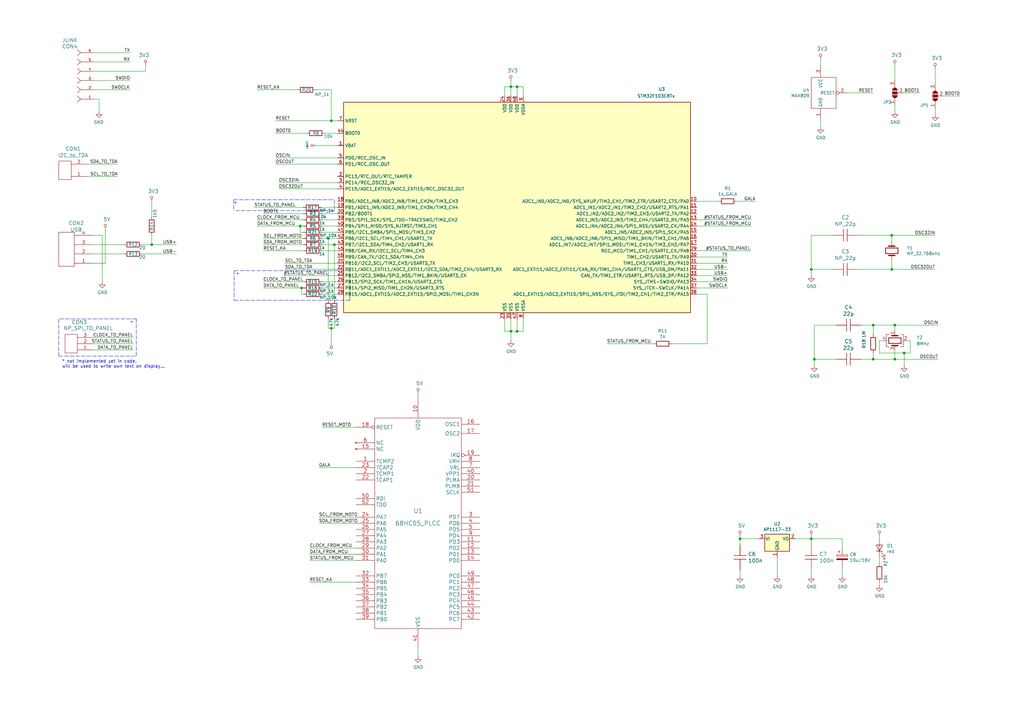
<source format=kicad_sch>
(kicad_sch (version 20200602) (host eeschema "5.99.0-unknown-6083c08~88~ubuntu18.04.1")
  (page 1 1)
  (paper "A3")
  (title_block (title "Volume fix for audi concert1/chorus1 made by Blaupunkt") (date "2018-09-21") (rev "4.0") (comment 1 "Standalone version") (comment 2 "Author: Tomas Kovacik"))
  (lib_symbols
    (symbol "Device:CP" (pin_numbers hide) (pin_names (offset 0.254))
      (property "Reference" "C" (at 0.635 2.54 0))
      (property "Value" "CP" (at 0.635 -2.54 0))
      (symbol "CP_0_1"
        (rectangle (start -2.286 0.508) (end -2.286 1.016))
        (rectangle (start -2.286 0.508) (end 2.286 0.508))
        (rectangle (start 2.286 -0.508) (end -2.286 -1.016) (fill (type outline)))
        (rectangle (start 2.286 1.016) (end -2.286 1.016))
        (rectangle (start 2.286 1.016) (end 2.286 0.508))
        (polyline (pts (xy -1.778 2.286) (xy -0.762 2.286)))
        (polyline (pts (xy -1.27 2.794) (xy -1.27 1.778)))
      )
      (symbol "CP_1_1"
        (pin passive line (at 0 3.81 270) (length 2.794) (name "~") (number "1"))
        (pin passive line (at 0 -3.81 90) (length 2.794) (name "~") (number "2"))
      )
    )
    (symbol "Device:Crystal" (pin_numbers hide) (pin_names hide)
      (property "Reference" "Y" (at 0 3.81 0))
      (property "Value" "Crystal" (at 0 -3.81 0))
      (symbol "Crystal_0_1"
        (rectangle (start -1.143 2.54) (end 1.143 -2.54) (stroke (width 0.3048)))
        (polyline (pts (xy -2.54 0) (xy -1.905 0)))
        (polyline (pts (xy -1.905 -1.27) (xy -1.905 1.27)) (stroke (width 0.508)))
        (polyline (pts (xy 1.905 -1.27) (xy 1.905 1.27)) (stroke (width 0.508)))
        (polyline (pts (xy 2.54 0) (xy 1.905 0)))
      )
      (symbol "Crystal_1_1"
        (pin passive line (at -3.81 0 0) (length 1.27) (name "1") (number "1"))
        (pin passive line (at 3.81 0 180) (length 1.27) (name "2") (number "2"))
      )
    )
    (symbol "Device:Crystal_GND24" (pin_names hide)
      (property "Reference" "Y" (at 3.175 5.08 0))
      (property "Value" "Crystal_GND24" (at 3.175 3.175 0))
      (symbol "Crystal_GND24_0_1"
        (rectangle (start -1.143 2.54) (end 1.143 -2.54) (stroke (width 0.3048)))
        (polyline (pts (xy -2.54 0) (xy -2.032 0)))
        (polyline (pts (xy -2.032 -1.27) (xy -2.032 1.27)) (stroke (width 0.508)))
        (polyline (pts (xy 0 -3.81) (xy 0 -3.556)))
        (polyline (pts (xy 0 3.556) (xy 0 3.81)))
        (polyline (pts (xy 2.032 -1.27) (xy 2.032 1.27)) (stroke (width 0.508)))
        (polyline (pts (xy 2.032 0) (xy 2.54 0)))
        (polyline (pts (xy -2.54 -2.286) (xy -2.54 -3.556) (xy 2.54 -3.556) (xy 2.54 -2.286)))
        (polyline (pts (xy -2.54 2.286) (xy -2.54 3.556) (xy 2.54 3.556) (xy 2.54 2.286)))
      )
      (symbol "Crystal_GND24_1_1"
        (pin passive line (at -3.81 0 0) (length 1.27) (name "1") (number "1"))
        (pin passive line (at 0 5.08 270) (length 1.27) (name "2") (number "2"))
        (pin passive line (at 3.81 0 180) (length 1.27) (name "3") (number "3"))
        (pin passive line (at 0 -5.08 90) (length 1.27) (name "4") (number "4"))
      )
    )
    (symbol "Device:LED" (pin_numbers hide) (pin_names hide)
      (property "Reference" "D" (at 0 2.54 0))
      (property "Value" "LED" (at 0 -2.54 0))
      (symbol "LED_0_1"
        (polyline (pts (xy -1.27 -1.27) (xy -1.27 1.27)) (stroke (width 0.2032)))
        (polyline (pts (xy -1.27 0) (xy 1.27 0)))
        (polyline (pts (xy 1.27 -1.27) (xy 1.27 1.27) (xy -1.27 0) (xy 1.27 -1.27)) (stroke (width 0.2032)))
        (polyline (pts (xy -3.048 -0.762) (xy -4.572 -2.286) (xy -3.81 -2.286) (xy -4.572 -2.286) (xy -4.572 -1.524)))
        (polyline (pts (xy -1.778 -0.762) (xy -3.302 -2.286) (xy -2.54 -2.286) (xy -3.302 -2.286) (xy -3.302 -1.524)))
      )
      (symbol "LED_1_1"
        (pin passive line (at -3.81 0 0) (length 2.54) (name "K") (number "1"))
        (pin passive line (at 3.81 0 180) (length 2.54) (name "A") (number "2"))
      )
    )
    (symbol "Device:R" (pin_numbers hide) (pin_names (offset 0))
      (property "Reference" "R" (at 2.032 0 90))
      (property "Value" "R" (at 0 0 90))
      (symbol "R_0_1"
        (rectangle (start -1.016 -2.54) (end 1.016 2.54) (stroke (width 0.254)))
      )
      (symbol "R_1_1"
        (pin passive line (at 0 3.81 270) (length 1.27) (name "~") (number "1"))
        (pin passive line (at 0 -3.81 90) (length 1.27) (name "~") (number "2"))
      )
    )
    (symbol "Device:R_1" (pin_numbers hide) (pin_names (offset 0))
      (property "Reference" "R" (at 2.032 0 90))
      (property "Value" "R" (at 0 0 90))
      (symbol "R_1_0_1"
        (rectangle (start -1.016 -2.54) (end 1.016 2.54) (stroke (width 0.254)))
      )
      (symbol "R_1_1_1"
        (pin passive line (at 0 3.81 270) (length 1.27) (name "~") (number "1"))
        (pin passive line (at 0 -3.81 90) (length 1.27) (name "~") (number "2"))
      )
    )
    (symbol "Device:R_2" (pin_numbers hide) (pin_names (offset 0))
      (property "Reference" "R" (at 2.032 0 90))
      (property "Value" "R" (at 0 0 90))
      (symbol "R_2_0_1"
        (rectangle (start -1.016 -2.54) (end 1.016 2.54) (stroke (width 0.254)))
      )
      (symbol "R_2_1_1"
        (pin passive line (at 0 3.81 270) (length 1.27) (name "~") (number "1"))
        (pin passive line (at 0 -3.81 90) (length 1.27) (name "~") (number "2"))
      )
    )
    (symbol "Jumper:SolderJumper_3_Open" (pin_names (offset 0) hide)
      (property "Reference" "JP" (at -2.54 -2.54 0))
      (property "Value" "SolderJumper_3_Open" (at 0 2.794 0))
      (symbol "SolderJumper_3_Open_0_1"
        (arc (start -1.016 1.016) (end -1.016 -1.016) (radius (at -1.016 0) (length 1.016) (angles 90.1 -90.1)))
        (arc (start -1.016 1.016) (end -1.016 -1.016) (radius (at -1.016 0) (length 1.016) (angles 90.1 -90.1)) (fill (type outline)))
        (arc (start 1.016 -1.016) (end 1.016 1.016) (radius (at 1.016 0) (length 1.016) (angles -89.9 89.9)))
        (arc (start 1.016 -1.016) (end 1.016 1.016) (radius (at 1.016 0) (length 1.016) (angles -89.9 89.9)) (fill (type outline)))
        (rectangle (start -0.508 1.016) (end 0.508 -1.016) (fill (type outline)))
        (polyline (pts (xy -2.54 0) (xy -2.032 0)))
        (polyline (pts (xy -1.016 1.016) (xy -1.016 -1.016)))
        (polyline (pts (xy 0 -1.27) (xy 0 -1.016)))
        (polyline (pts (xy 1.016 1.016) (xy 1.016 -1.016)))
        (polyline (pts (xy 2.54 0) (xy 2.032 0)))
      )
      (symbol "SolderJumper_3_Open_1_1"
        (pin passive line (at -5.08 0 0) (length 2.54) (name "A") (number "1"))
        (pin input line (at 0 -3.81 90) (length 2.54) (name "C") (number "2"))
        (pin passive line (at 5.08 0 180) (length 2.54) (name "B") (number "3"))
      )
    )
    (symbol "MAX809_810:MAX809"
      (property "Reference" "U" (at 5.08 -10.16 0))
      (property "Value" "MAX809" (at 3.81 -11.43 0))
      (symbol "MAX809_0_1"
        (rectangle (start -5.08 -8.89) (end -5.08 3.81))
        (rectangle (start -5.08 -8.89) (end 5.08 -8.89))
        (rectangle (start -5.08 3.81) (end 5.08 3.81))
        (rectangle (start 5.08 3.81) (end 5.08 -8.89))
      )
      (symbol "MAX809_1_1"
        (pin power_in line (at -1.27 -13.97 90) (length 5.08) (name "GND") (number "1"))
        (pin output inverted (at 10.16 -2.54 180) (length 5.08) (name "RESET") (number "2"))
        (pin power_in line (at -1.27 8.89 270) (length 5.08) (name "VCC") (number "3"))
      )
    )
    (symbol "audi_concert1_chorus1_volume_fix-rescue:+BATT-tech-thing" (power) (pin_names (offset 0))
      (property "Value" "+BATT-tech-thing" (at 0 2.54 0))
      (symbol "+BATT-tech-thing_0_1"
        (circle (center 0 1.524) (radius 0.508))
        (polyline (pts (xy 0 0) (xy 0 1.016) (xy 0 1.016)))
      )
      (symbol "+BATT-tech-thing_0_0"
        (pin power_in line (at 0 0 90) (length 0) hide (name "+BATT") (number "1"))
      )
    )
    (symbol "audi_concert1_chorus1_volume_fix-rescue:3V3-pwr" (power) (pin_names (offset 0))
      (property "Value" "3V3-pwr" (at 0 3.81 0))
      (symbol "3V3-pwr_0_1"
        (circle (center 0 1.524) (radius 0.508))
        (polyline (pts (xy 0 0) (xy 0 1.016) (xy 0 1.016)))
      )
      (symbol "3V3-pwr_0_0"
        (pin power_in line (at 0 0 90) (length 0) hide (name "3V3") (number "1"))
      )
    )
    (symbol "audi_concert1_chorus1_volume_fix-rescue:5V-pwr" (power) (pin_names (offset 0))
      (property "Value" "5V-pwr" (at 0 3.81 0))
      (symbol "5V-pwr_0_1"
        (circle (center 0 1.524) (radius 0.508))
        (polyline (pts (xy 0 0) (xy 0 1.016) (xy 0 1.016)))
      )
      (symbol "5V-pwr_0_0"
        (pin power_in line (at 0 0 90) (length 0) hide (name "5V") (number "1"))
      )
    )
    (symbol "audi_concert1_chorus1_volume_fix-rescue:68HC05_PLCC-68HC05"
      (property "Reference" "U" (at 7.62 45.72 0))
      (property "Value" "68HC05_PLCC-68HC05" (at 12.7 -46.99 0))
      (symbol "68HC05_PLCC-68HC05_0_1"
        (rectangle (start -17.78 -43.18) (end 17.78 43.18))
      )
      (symbol "68HC05_PLCC-68HC05_1_1"
        (pin output line (at -25.4 25.4 0) (length 7.62) (name "TCMP2") (number "1"))
        (pin power_in line (at 0 50.8 270) (length 7.62) (name "VDD") (number "10"))
        (pin bidirectional line (at 25.4 -7.62 180) (length 7.62) (name "PD3") (number "11"))
        (pin bidirectional line (at 25.4 -10.16 180) (length 7.62) (name "PD2") (number "12"))
        (pin bidirectional line (at 25.4 -12.7 180) (length 7.62) (name "PD1") (number "13"))
        (pin bidirectional line (at 25.4 -15.24 180) (length 7.62) (name "PD0") (number "14"))
        (pin unconnected line (at -25.4 30.48 0) (length 7.62) (name "NC") (number "15"))
        (pin input line (at 25.4 40.64 180) (length 7.62) (name "OSC1") (number "16"))
        (pin input line (at 25.4 36.83 180) (length 7.62) (name "OSC2") (number "17"))
        (pin input inverted (at -25.4 39.37 0) (length 7.62) (name "RESET") (number "18"))
        (pin input inverted (at 25.4 27.94 180) (length 7.62) (name "IRQ") (number "19"))
        (pin input line (at -25.4 20.32 0) (length 7.62) (name "TCMP1") (number "2"))
        (pin input line (at 25.4 17.78 180) (length 7.62) (name "PLMA") (number "20"))
        (pin input line (at 25.4 15.24 180) (length 7.62) (name "PLMB") (number "21"))
        (pin input line (at -25.4 17.78 0) (length 7.62) (name "TCAP1") (number "22"))
        (pin input line (at -25.4 22.86 0) (length 7.62) (name "TCAP2") (number "23"))
        (pin bidirectional line (at -25.4 2.54 0) (length 7.62) (name "PA7") (number "24"))
        (pin bidirectional line (at -25.4 0 0) (length 7.62) (name "PA6") (number "25"))
        (pin bidirectional line (at -25.4 -2.54 0) (length 7.62) (name "PA5") (number "26"))
        (pin bidirectional line (at -25.4 -5.08 0) (length 7.62) (name "PA4") (number "27"))
        (pin bidirectional line (at -25.4 -7.62 0) (length 7.62) (name "PA3") (number "28"))
        (pin bidirectional line (at -25.4 -10.16 0) (length 7.62) (name "PA2") (number "29"))
        (pin bidirectional line (at 25.4 2.54 180) (length 7.62) (name "PD7") (number "3"))
        (pin bidirectional line (at -25.4 -12.7 0) (length 7.62) (name "PA1") (number "30"))
        (pin bidirectional line (at -25.4 -15.24 0) (length 7.62) (name "PA0") (number "31"))
        (pin bidirectional line (at -25.4 -21.59 0) (length 7.62) (name "PB7") (number "32"))
        (pin bidirectional line (at -25.4 -24.13 0) (length 7.62) (name "PB6") (number "33"))
        (pin bidirectional line (at -25.4 -26.67 0) (length 7.62) (name "PB5") (number "34"))
        (pin bidirectional line (at -25.4 -29.21 0) (length 7.62) (name "PB4") (number "35"))
        (pin bidirectional line (at -25.4 -31.75 0) (length 7.62) (name "PB3") (number "36"))
        (pin bidirectional line (at -25.4 -34.29 0) (length 7.62) (name "PB2") (number "37"))
        (pin bidirectional line (at -25.4 -36.83 0) (length 7.62) (name "PB1") (number "38"))
        (pin bidirectional line (at -25.4 -39.37 0) (length 7.62) (name "PB0") (number "39"))
        (pin bidirectional line (at 25.4 0 180) (length 7.62) (name "PD6") (number "4"))
        (pin power_in line (at 25.4 20.32 180) (length 7.62) (name "VPP1") (number "40"))
        (pin power_out line (at 0 -50.8 90) (length 7.62) (name "VSS") (number "41"))
        (pin bidirectional line (at 25.4 -39.37 180) (length 7.62) (name "PC7") (number "42"))
        (pin bidirectional line (at 25.4 -36.83 180) (length 7.62) (name "PC6") (number "43"))
        (pin bidirectional line (at 25.4 -34.29 180) (length 7.62) (name "PC5") (number "44"))
        (pin bidirectional line (at 25.4 -31.75 180) (length 7.62) (name "PC4") (number "45"))
        (pin bidirectional line (at 25.4 -29.21 180) (length 7.62) (name "PC3") (number "46"))
        (pin bidirectional line (at 25.4 -26.67 180) (length 7.62) (name "PC2") (number "47"))
        (pin bidirectional line (at 25.4 -24.13 180) (length 7.62) (name "PC1") (number "48"))
        (pin bidirectional line (at 25.4 -21.59 180) (length 7.62) (name "PC0") (number "49"))
        (pin bidirectional line (at 25.4 -2.54 180) (length 7.62) (name "PD5") (number "5"))
        (pin input line (at -25.4 10.16 0) (length 7.62) (name "RDI") (number "50"))
        (pin input line (at 25.4 12.7 180) (length 7.62) (name "SCLK") (number "51"))
        (pin output line (at -25.4 7.62 0) (length 7.62) (name "TDO") (number "52"))
        (pin unconnected line (at -25.4 33.02 0) (length 7.62) (name "NC") (number "6"))
        (pin input line (at 25.4 22.86 180) (length 7.62) (name "VRL") (number "7"))
        (pin input line (at 25.4 25.4 180) (length 7.62) (name "VRH") (number "8"))
        (pin bidirectional line (at 25.4 -5.08 180) (length 7.62) (name "PD4") (number "9"))
      )
    )
    (symbol "audi_concert1_chorus1_volume_fix-rescue:AP1117-33-Regulator_Linear" (pin_names (offset 0.254))
      (property "Reference" "U" (at -3.81 3.175 0))
      (property "Value" "AP1117-33-Regulator_Linear" (at 0 3.175 0))
      (symbol "AP1117-33-Regulator_Linear_0_1"
        (rectangle (start -5.08 -5.08) (end 5.08 1.905) (stroke (width 0.254)) (fill (type background)))
      )
      (symbol "AP1117-33-Regulator_Linear_1_1"
        (pin power_in line (at 0 -7.62 90) (length 2.54) (name "GND") (number "1"))
        (pin passive line (at 7.62 0 180) (length 2.54) (name "VO") (number "2"))
        (pin power_in line (at -7.62 0 0) (length 2.54) (name "VI") (number "3"))
      )
    )
    (symbol "audi_concert1_chorus1_volume_fix-rescue:C-c" (pin_numbers hide) (pin_names (offset 0.254))
      (property "Reference" "C" (at 1.27 2.54 0))
      (property "Value" "C-c" (at 1.27 -2.54 0))
      (symbol "C-c_0_1"
        (polyline (pts (xy -2.54 -0.762) (xy 2.54 -0.762)) (stroke (width 0.2032)))
        (polyline (pts (xy -2.54 0.762) (xy 2.54 0.762)) (stroke (width 0.2032)))
      )
      (symbol "C-c_1_1"
        (pin passive line (at 0 5.08 270) (length 4.318) (name "~") (number "1"))
        (pin passive line (at 0 -5.08 90) (length 4.318) (name "~") (number "2"))
      )
    )
    (symbol "audi_concert1_chorus1_volume_fix-rescue:CONN_1x6-Connectors"
      (property "Reference" "P" (at 0 11.43 0))
      (property "Value" "CONN_1x6-Connectors" (at 0 -12.7 0))
      (symbol "CONN_1x6-Connectors_0_1"
        (polyline (pts (xy 0 -10.16) (xy 2.54 -10.16)))
        (polyline (pts (xy 0 -6.35) (xy 2.54 -6.35)))
        (polyline (pts (xy 0 -2.54) (xy -1.27 -3.81)))
        (polyline (pts (xy 0 5.08) (xy 2.54 5.08)))
        (polyline (pts (xy 0 8.89) (xy 2.54 8.89)))
        (polyline (pts (xy -1.27 -8.89) (xy 0 -10.16) (xy -1.27 -11.43)))
        (polyline (pts (xy -1.27 -5.08) (xy 0 -6.35) (xy -1.27 -7.62)))
        (polyline (pts (xy -1.27 2.54) (xy 0 1.27) (xy -1.27 0)))
        (polyline (pts (xy -1.27 3.81) (xy 0 5.08) (xy -1.27 6.35)))
        (polyline (pts (xy -1.27 7.62) (xy 0 8.89) (xy -1.27 10.16)))
        (polyline (pts (xy 0 1.27) (xy 1.27 1.27) (xy 2.54 1.27)))
        (polyline (pts (xy 2.54 -2.54) (xy 0 -2.54) (xy -1.27 -1.27)))
      )
      (symbol "CONN_1x6-Connectors_1_1"
        (pin input line (at 5.08 8.89 180) (length 2.54) (name "~") (number "1"))
        (pin input line (at 5.08 5.08 180) (length 2.54) (name "~") (number "2"))
        (pin input line (at 5.08 1.27 180) (length 2.54) (name "~") (number "3"))
        (pin input line (at 5.08 -2.54 180) (length 2.54) (name "~") (number "4"))
        (pin input line (at 5.08 -6.35 180) (length 2.54) (name "~") (number "5"))
        (pin input line (at 5.08 -10.16 180) (length 2.54) (name "~") (number "6"))
      )
    )
    (symbol "audi_concert1_chorus1_volume_fix-rescue:CONN_2-con" (pin_names hide)
      (property "Reference" "CON" (at 0 5.08 0))
      (property "Value" "CONN_2-con" (at 0 -5.08 0))
      (symbol "CONN_2-con_0_1"
        (rectangle (start -2.54 3.81) (end 2.54 -3.81))
      )
      (symbol "CONN_2-con_1_1"
        (pin passive line (at -8.89 2.54 0) (length 6.35) (name "1") (number "1"))
        (pin passive line (at -8.89 -2.54 0) (length 6.35) (name "2") (number "2"))
      )
    )
    (symbol "audi_concert1_chorus1_volume_fix-rescue:CONN_3-con" (pin_names hide)
      (property "Reference" "CON" (at 0 5.08 0))
      (property "Value" "CONN_3-con" (at 0 -5.08 0))
      (symbol "CONN_3-con_0_1"
        (rectangle (start -2.54 3.81) (end 2.54 -3.81))
      )
      (symbol "CONN_3-con_1_1"
        (pin passive line (at -8.89 2.54 0) (length 6.35) (name "1") (number "1"))
        (pin passive line (at -8.89 0 0) (length 6.35) (name "2") (number "2"))
        (pin passive line (at -8.89 -2.54 0) (length 6.35) (name "3") (number "3"))
      )
    )
    (symbol "audi_concert1_chorus1_volume_fix-rescue:CONN_4-con" (pin_names hide)
      (property "Reference" "CON" (at 0 10.16 0))
      (property "Value" "CONN_4-con" (at 1.27 -6.35 0))
      (symbol "CONN_4-con_0_1"
        (rectangle (start -2.54 8.89) (end 3.81 -5.08))
      )
      (symbol "CONN_4-con_1_1"
        (pin passive line (at -10.16 7.62 0) (length 7.62) (name "1") (number "1"))
        (pin passive line (at -10.16 3.81 0) (length 7.62) (name "2") (number "2"))
        (pin passive line (at -10.16 0 0) (length 7.62) (name "3") (number "3"))
        (pin passive line (at -10.16 -3.81 0) (length 7.62) (name "4") (number "4"))
      )
    )
    (symbol "audi_concert1_chorus1_volume_fix-rescue:STM32F103C8Tx-MCU_ST_STM32"
      (property "Reference" "U" (at -71.12 43.815 0))
      (property "Value" "STM32F103C8Tx-MCU_ST_STM32" (at 71.12 43.815 0))
      (symbol "STM32F103C8Tx-MCU_ST_STM32_0_1"
        (rectangle (start -71.12 -43.18) (end 71.12 43.18) (stroke (width 0.254)) (fill (type background)))
      )
      (symbol "STM32F103C8Tx-MCU_ST_STM32_1_1"
        (pin power_in line (at -73.66 25.4 0) (length 2.54) (name "VBAT") (number "1"))
        (pin bidirectional line (at 73.66 2.54 180) (length 2.54) (name "ADC1_IN0/ADC2_IN0/SYS_WKUP/TIM2_CH1/TIM2_ETR/USART2_CTS/PA0") (number "10"))
        (pin bidirectional line (at 73.66 0 180) (length 2.54) (name "ADC1_IN1/ADC2_IN1/TIM2_CH2/USART2_RTS/PA1") (number "11"))
        (pin bidirectional line (at 73.66 -2.54 180) (length 2.54) (name "ADC1_IN2/ADC2_IN2/TIM2_CH3/USART2_TX/PA2") (number "12"))
        (pin bidirectional line (at 73.66 -5.08 180) (length 2.54) (name "ADC1_IN3/ADC2_IN3/TIM2_CH4/USART2_RX/PA3") (number "13"))
        (pin bidirectional line (at 73.66 -7.62 180) (length 2.54) (name "ADC1_IN4/ADC2_IN4/SPI1_NSS/USART2_CK/PA4") (number "14"))
        (pin bidirectional line (at 73.66 -10.16 180) (length 2.54) (name "ADC1_IN5/ADC2_IN5/SPI1_SCK/PA5") (number "15"))
        (pin bidirectional line (at 73.66 -12.7 180) (length 2.54) (name "ADC1_IN6/ADC2_IN6/SPI1_MISO/TIM1_BKIN/TIM3_CH1/PA6") (number "16"))
        (pin bidirectional line (at 73.66 -15.24 180) (length 2.54) (name "ADC1_IN7/ADC2_IN7/SPI1_MOSI/TIM1_CH1N/TIM3_CH2/PA7") (number "17"))
        (pin bidirectional line (at -73.66 2.54 0) (length 2.54) (name "PB0/ADC1_IN8/ADC2_IN8/TIM1_CH2N/TIM3_CH3") (number "18"))
        (pin bidirectional line (at -73.66 0 0) (length 2.54) (name "PB1/ADC1_IN9/ADC2_IN9/TIM1_CH3N/TIM3_CH4") (number "19"))
        (pin bidirectional line (at -73.66 12.7 0) (length 2.54) (name "PC13/RTC_OUT/RTC_TAMPER") (number "2"))
        (pin bidirectional line (at -73.66 -2.54 0) (length 2.54) (name "PB2/BOOT1") (number "20"))
        (pin bidirectional line (at -73.66 -22.86 0) (length 2.54) (name "PB10/I2C2_SCL/TIM2_CH3/USART3_TX") (number "21"))
        (pin bidirectional line (at -73.66 -25.4 0) (length 2.54) (name "PB11/ADC1_EXTI11/ADC2_EXTI11/I2C2_SDA/TIM2_CH4/USART3_RX") (number "22"))
        (pin power_in line (at -5.08 -45.72 90) (length 2.54) (name "VSS") (number "23"))
        (pin power_in line (at -5.08 45.72 270) (length 2.54) (name "VDD") (number "24"))
        (pin bidirectional line (at -73.66 -27.94 0) (length 2.54) (name "PB12/I2C2_SMBA/SPI2_NSS/TIM1_BKIN/USART3_CK") (number "25"))
        (pin bidirectional line (at -73.66 -30.48 0) (length 2.54) (name "PB13/SPI2_SCK/TIM1_CH1N/USART3_CTS") (number "26"))
        (pin bidirectional line (at -73.66 -33.02 0) (length 2.54) (name "PB14/SPI2_MISO/TIM1_CH2N/USART3_RTS") (number "27"))
        (pin bidirectional line (at -73.66 -35.56 0) (length 2.54) (name "PB15/ADC1_EXTI15/ADC2_EXTI15/SPI2_MOSI/TIM1_CH3N") (number "28"))
        (pin bidirectional line (at 73.66 -17.78 180) (length 2.54) (name "RCC_MCO/TIM1_CH1/USART1_CK/PA8") (number "29"))
        (pin bidirectional line (at -73.66 10.16 0) (length 2.54) (name "PC14/RCC_OSC32_IN") (number "3"))
        (pin bidirectional line (at 73.66 -20.32 180) (length 2.54) (name "TIM1_CH2/USART1_TX/PA9") (number "30"))
        (pin bidirectional line (at 73.66 -22.86 180) (length 2.54) (name "TIM1_CH3/USART1_RX/PA10") (number "31"))
        (pin bidirectional line (at 73.66 -25.4 180) (length 2.54) (name "ADC1_EXTI11/ADC2_EXTI11/CAN_RX/TIM1_CH4/USART1_CTS/USB_DM/PA11") (number "32"))
        (pin bidirectional line (at 73.66 -27.94 180) (length 2.54) (name "CAN_TX/TIM1_ETR/USART1_RTS/USB_DP/PA12") (number "33"))
        (pin bidirectional line (at 73.66 -30.48 180) (length 2.54) (name "SYS_JTMS-SWDIO/PA13") (number "34"))
        (pin power_in line (at -2.54 -45.72 90) (length 2.54) (name "VSS") (number "35"))
        (pin power_in line (at -2.54 45.72 270) (length 2.54) (name "VDD") (number "36"))
        (pin bidirectional line (at 73.66 -33.02 180) (length 2.54) (name "SYS_JTCK-SWCLK/PA14") (number "37"))
        (pin bidirectional line (at 73.66 -35.56 180) (length 2.54) (name "ADC1_EXTI15/ADC2_EXTI15/SPI1_NSS/SYS_JTDI/TIM2_CH1/TIM2_ETR/PA15") (number "38"))
        (pin bidirectional line (at -73.66 -5.08 0) (length 2.54) (name "PB3/SPI1_SCK/SYS_JTDO-TRACESWO/TIM2_CH2") (number "39"))
        (pin bidirectional line (at -73.66 7.62 0) (length 2.54) (name "PC15/ADC1_EXTI15/ADC2_EXTI15/RCC_OSC32_OUT") (number "4"))
        (pin bidirectional line (at -73.66 -7.62 0) (length 2.54) (name "PB4/SPI1_MISO/SYS_NJTRST/TIM3_CH1") (number "40"))
        (pin bidirectional line (at -73.66 -10.16 0) (length 2.54) (name "PB5/I2C1_SMBA/SPI1_MOSI/TIM3_CH2") (number "41"))
        (pin bidirectional line (at -73.66 -12.7 0) (length 2.54) (name "PB6/I2C1_SCL/TIM4_CH1/USART1_TX") (number "42"))
        (pin bidirectional line (at -73.66 -15.24 0) (length 2.54) (name "PB7/I2C1_SDA/TIM4_CH2/USART1_RX") (number "43"))
        (pin input line (at -73.66 30.48 0) (length 2.54) (name "BOOT0") (number "44"))
        (pin bidirectional line (at -73.66 -17.78 0) (length 2.54) (name "PB8/CAN_RX/I2C1_SCL/TIM4_CH3") (number "45"))
        (pin bidirectional line (at -73.66 -20.32 0) (length 2.54) (name "PB9/CAN_TX/I2C1_SDA/TIM4_CH4") (number "46"))
        (pin power_in line (at 0 -45.72 90) (length 2.54) (name "VSS") (number "47"))
        (pin power_in line (at 0 45.72 270) (length 2.54) (name "VDD") (number "48"))
        (pin input line (at -73.66 20.32 0) (length 2.54) (name "PD0/RCC_OSC_IN") (number "5"))
        (pin input line (at -73.66 17.78 0) (length 2.54) (name "PD1/RCC_OSC_OUT") (number "6"))
        (pin input line (at -73.66 35.56 0) (length 2.54) (name "NRST") (number "7"))
        (pin power_in line (at 2.54 -45.72 90) (length 2.54) (name "VSSA") (number "8"))
        (pin power_in line (at 2.54 45.72 270) (length 2.54) (name "VDDA") (number "9"))
      )
    )
    (symbol "power:GND" (power) (pin_names (offset 0))
      (property "Value" "GND" (at 0 -3.81 0))
      (symbol "GND_0_1"
        (polyline (pts (xy 0 0) (xy 0 -1.27) (xy 1.27 -1.27) (xy 0 -2.54) (xy -1.27 -1.27) (xy 0 -1.27)))
      )
      (symbol "GND_1_1"
        (pin power_in line (at 0 0 270) (length 0) hide (name "GND") (number "1"))
      )
    )
  )
  (junction (at 62.23 100.33))
  (junction (at 123.19 92.71))
  (junction (at 123.698 118.11))
  (junction (at 134.62 97.79))
  (junction (at 135.89 49.53))
  (junction (at 135.89 134.62))
  (junction (at 137.16 100.33))
  (junction (at 209.55 35.56))
  (junction (at 209.55 135.89))
  (junction (at 212.09 35.56))
  (junction (at 212.09 135.89))
  (junction (at 303.53 220.98))
  (junction (at 332.74 110.49))
  (junction (at 332.74 220.98))
  (junction (at 334.01 147.32))
  (junction (at 358.14 133.35))
  (junction (at 358.14 147.32))
  (junction (at 365.76 96.52))
  (junction (at 365.76 110.49))
  (junction (at 367.03 133.35))
  (junction (at 367.03 147.32))
  (junction (at 370.84 144.78))
  (wire (pts (xy 38.1 21.59) (xy 53.34 21.59)))
  (wire (pts (xy 38.1 25.4) (xy 53.34 25.4)))
  (wire (pts (xy 38.1 33.02) (xy 53.34 33.02)))
  (wire (pts (xy 38.1 36.83) (xy 53.34 36.83)))
  (wire (pts (xy 38.1 40.64) (xy 40.64 40.64)))
  (wire (pts (xy 38.1 96.52) (xy 41.91 96.52)))
  (wire (pts (xy 38.1 104.14) (xy 50.8 104.14)))
  (wire (pts (xy 38.1 107.95) (xy 43.18 107.95)))
  (wire (pts (xy 38.1 138.43) (xy 54.61 138.43)))
  (wire (pts (xy 38.1 140.97) (xy 54.61 140.97)))
  (wire (pts (xy 38.1 143.51) (xy 54.61 143.51)))
  (wire (pts (xy 40.64 40.64) (xy 40.64 45.72)))
  (wire (pts (xy 41.91 96.52) (xy 41.91 115.57)))
  (wire (pts (xy 43.18 93.98) (xy 43.18 107.95)))
  (wire (pts (xy 48.26 67.31) (xy 35.56 67.31)))
  (wire (pts (xy 48.26 72.39) (xy 35.56 72.39)))
  (wire (pts (xy 50.8 100.33) (xy 38.1 100.33)))
  (wire (pts (xy 58.42 100.33) (xy 62.23 100.33)))
  (wire (pts (xy 58.42 104.14) (xy 72.39 104.14)))
  (wire (pts (xy 59.69 26.67) (xy 59.69 29.21)))
  (wire (pts (xy 59.69 29.21) (xy 38.1 29.21)))
  (wire (pts (xy 62.23 82.55) (xy 62.23 88.9)))
  (wire (pts (xy 62.23 96.52) (xy 62.23 100.33)))
  (wire (pts (xy 62.23 100.33) (xy 72.39 100.33)))
  (wire (pts (xy 104.267 85.09) (xy 124.333 85.09)))
  (wire (pts (xy 105.41 90.17) (xy 124.46 90.17)))
  (wire (pts (xy 105.41 92.71) (xy 123.19 92.71)))
  (wire (pts (xy 107.95 87.63) (xy 124.46 87.63)))
  (wire (pts (xy 107.95 97.79) (xy 124.46 97.79)))
  (wire (pts (xy 107.95 100.33) (xy 124.46 100.33)))
  (wire (pts (xy 107.95 115.57) (xy 124.46 115.57)))
  (wire (pts (xy 107.95 118.11) (xy 123.698 118.11)))
  (wire (pts (xy 113.03 49.53) (xy 135.89 49.53)))
  (wire (pts (xy 113.03 64.77) (xy 138.43 64.77)))
  (wire (pts (xy 113.03 67.31) (xy 138.43 67.31)))
  (wire (pts (xy 114.3 74.93) (xy 138.43 74.93)))
  (wire (pts (xy 114.3 77.47) (xy 138.43 77.47)))
  (wire (pts (xy 116.84 107.95) (xy 138.43 107.95)))
  (wire (pts (xy 116.84 110.49) (xy 138.43 110.49)))
  (wire (pts (xy 121.92 36.83) (xy 105.41 36.83)))
  (wire (pts (xy 123.19 92.71) (xy 124.46 92.71)))
  (wire (pts (xy 123.19 95.25) (xy 123.19 92.71)))
  (wire (pts (xy 123.19 95.25) (xy 124.46 95.25)))
  (wire (pts (xy 123.698 118.11) (xy 124.46 118.11)))
  (wire (pts (xy 123.698 120.65) (xy 123.698 118.11)))
  (wire (pts (xy 124.46 102.87) (xy 107.95 102.87)))
  (wire (pts (xy 124.46 120.65) (xy 123.698 120.65)))
  (wire (pts (xy 125.73 54.61) (xy 113.03 54.61)))
  (wire (pts (xy 127 224.79) (xy 146.05 224.79)))
  (wire (pts (xy 127 227.33) (xy 146.05 227.33)))
  (wire (pts (xy 127 229.87) (xy 146.05 229.87)))
  (wire (pts (xy 129.54 36.83) (xy 135.89 36.83)))
  (wire (pts (xy 131.953 85.09) (xy 138.43 85.09)))
  (wire (pts (xy 132.08 87.63) (xy 138.43 87.63)))
  (wire (pts (xy 132.08 92.71) (xy 138.43 92.71)))
  (wire (pts (xy 132.08 95.25) (xy 138.43 95.25)))
  (wire (pts (xy 132.08 97.79) (xy 134.62 97.79)))
  (wire (pts (xy 132.08 100.33) (xy 137.16 100.33)))
  (wire (pts (xy 132.08 102.87) (xy 138.43 102.87)))
  (wire (pts (xy 132.08 115.57) (xy 138.43 115.57)))
  (wire (pts (xy 132.08 118.11) (xy 138.43 118.11)))
  (wire (pts (xy 132.08 120.65) (xy 138.43 120.65)))
  (wire (pts (xy 134.62 97.79) (xy 134.62 123.19)))
  (wire (pts (xy 134.62 97.79) (xy 138.43 97.79)))
  (wire (pts (xy 134.62 130.81) (xy 134.62 134.62)))
  (wire (pts (xy 134.62 134.62) (xy 135.89 134.62)))
  (wire (pts (xy 135.89 36.83) (xy 135.89 49.53)))
  (wire (pts (xy 135.89 49.53) (xy 138.43 49.53)))
  (wire (pts (xy 135.89 134.62) (xy 135.89 140.97)))
  (wire (pts (xy 135.89 134.62) (xy 137.16 134.62)))
  (wire (pts (xy 137.16 100.33) (xy 138.43 100.33)))
  (wire (pts (xy 137.16 123.19) (xy 137.16 100.33)))
  (wire (pts (xy 137.16 134.62) (xy 137.16 130.81)))
  (wire (pts (xy 138.43 54.61) (xy 133.35 54.61)))
  (wire (pts (xy 138.43 59.69) (xy 129.54 59.69)))
  (wire (pts (xy 138.43 90.17) (xy 132.08 90.17)))
  (wire (pts (xy 138.43 113.03) (xy 116.332 113.03)))
  (wire (pts (xy 146.05 175.26) (xy 132.08 175.26)))
  (wire (pts (xy 146.05 191.77) (xy 130.81 191.77)))
  (wire (pts (xy 146.05 212.09) (xy 130.81 212.09)))
  (wire (pts (xy 146.05 214.63) (xy 130.81 214.63)))
  (wire (pts (xy 146.05 238.76) (xy 127 238.76)))
  (wire (pts (xy 171.45 161.29) (xy 171.45 163.83)))
  (wire (pts (xy 171.45 269.24) (xy 171.45 265.43)))
  (wire (pts (xy 207.01 35.56) (xy 209.55 35.56)))
  (wire (pts (xy 207.01 39.37) (xy 207.01 35.56)))
  (wire (pts (xy 207.01 130.81) (xy 207.01 135.89)))
  (wire (pts (xy 207.01 135.89) (xy 209.55 135.89)))
  (wire (pts (xy 209.55 33.02) (xy 209.55 35.56)))
  (wire (pts (xy 209.55 35.56) (xy 209.55 39.37)))
  (wire (pts (xy 209.55 130.81) (xy 209.55 135.89)))
  (wire (pts (xy 209.55 135.89) (xy 209.55 139.7)))
  (wire (pts (xy 209.55 135.89) (xy 212.09 135.89)))
  (wire (pts (xy 212.09 35.56) (xy 209.55 35.56)))
  (wire (pts (xy 212.09 39.37) (xy 212.09 35.56)))
  (wire (pts (xy 212.09 135.89) (xy 212.09 130.81)))
  (wire (pts (xy 214.63 35.56) (xy 212.09 35.56)))
  (wire (pts (xy 214.63 39.37) (xy 214.63 35.56)))
  (wire (pts (xy 214.63 130.81) (xy 214.63 135.89)))
  (wire (pts (xy 214.63 135.89) (xy 212.09 135.89)))
  (wire (pts (xy 248.92 140.97) (xy 267.97 140.97)))
  (wire (pts (xy 275.59 140.97) (xy 290.068 140.97)))
  (wire (pts (xy 285.75 90.17) (xy 308.102 90.17)))
  (wire (pts (xy 285.75 92.71) (xy 308.102 92.71)))
  (wire (pts (xy 285.75 102.87) (xy 307.848 102.87)))
  (wire (pts (xy 285.75 105.41) (xy 298.45 105.41)))
  (wire (pts (xy 285.75 107.95) (xy 298.45 107.95)))
  (wire (pts (xy 285.75 110.49) (xy 298.45 110.49)))
  (wire (pts (xy 285.75 113.03) (xy 298.45 113.03)))
  (wire (pts (xy 285.75 115.57) (xy 298.45 115.57)))
  (wire (pts (xy 285.75 118.11) (xy 298.45 118.11)))
  (wire (pts (xy 285.75 120.65) (xy 290.068 120.65)))
  (wire (pts (xy 290.068 120.65) (xy 290.068 140.97)))
  (wire (pts (xy 294.64 82.55) (xy 285.75 82.55)))
  (wire (pts (xy 302.26 82.55) (xy 309.88 82.55)))
  (wire (pts (xy 303.53 220.98) (xy 303.53 219.71)))
  (wire (pts (xy 303.53 220.98) (xy 303.53 223.52)))
  (wire (pts (xy 303.53 233.68) (xy 303.53 236.22)))
  (wire (pts (xy 311.15 220.98) (xy 303.53 220.98)))
  (wire (pts (xy 318.77 228.6) (xy 318.77 236.22)))
  (wire (pts (xy 326.39 220.98) (xy 332.74 220.98)))
  (wire (pts (xy 332.74 96.52) (xy 332.74 110.49)))
  (wire (pts (xy 332.74 113.03) (xy 332.74 110.49)))
  (wire (pts (xy 332.74 220.98) (xy 332.74 219.71)))
  (wire (pts (xy 332.74 220.98) (xy 332.74 223.52)))
  (wire (pts (xy 332.74 233.68) (xy 332.74 236.22)))
  (wire (pts (xy 334.01 133.35) (xy 334.01 147.32)))
  (wire (pts (xy 334.01 149.86) (xy 334.01 147.32)))
  (wire (pts (xy 336.55 26.67) (xy 336.55 24.13)))
  (wire (pts (xy 336.55 49.53) (xy 336.55 52.07)))
  (wire (pts (xy 341.63 96.52) (xy 332.74 96.52)))
  (wire (pts (xy 341.63 110.49) (xy 332.74 110.49)))
  (wire (pts (xy 342.9 133.35) (xy 334.01 133.35)))
  (wire (pts (xy 342.9 147.32) (xy 334.01 147.32)))
  (wire (pts (xy 345.44 220.98) (xy 332.74 220.98)))
  (wire (pts (xy 345.44 224.79) (xy 345.44 220.98)))
  (wire (pts (xy 345.44 236.22) (xy 345.44 232.41)))
  (wire (pts (xy 347.98 38.1) (xy 358.14 38.1)))
  (wire (pts (xy 351.79 96.52) (xy 365.76 96.52)))
  (wire (pts (xy 351.79 110.49) (xy 365.76 110.49)))
  (wire (pts (xy 353.06 133.35) (xy 358.14 133.35)))
  (wire (pts (xy 353.06 147.32) (xy 358.14 147.32)))
  (wire (pts (xy 358.14 133.35) (xy 367.03 133.35)))
  (wire (pts (xy 358.14 137.16) (xy 358.14 133.35)))
  (wire (pts (xy 358.14 144.78) (xy 358.14 147.32)))
  (wire (pts (xy 358.14 147.32) (xy 367.03 147.32)))
  (wire (pts (xy 360.68 139.7) (xy 360.68 144.78)))
  (wire (pts (xy 360.68 144.78) (xy 370.84 144.78)))
  (wire (pts (xy 360.68 219.71) (xy 360.68 220.98)))
  (wire (pts (xy 360.68 231.14) (xy 360.68 228.6)))
  (wire (pts (xy 360.68 240.03) (xy 360.68 238.76)))
  (wire (pts (xy 361.95 139.7) (xy 360.68 139.7)))
  (wire (pts (xy 365.76 96.52) (xy 383.54 96.52)))
  (wire (pts (xy 365.76 99.06) (xy 365.76 96.52)))
  (wire (pts (xy 365.76 106.68) (xy 365.76 110.49)))
  (wire (pts (xy 365.76 110.49) (xy 383.54 110.49)))
  (wire (pts (xy 367.03 26.67) (xy 367.03 33.02)))
  (wire (pts (xy 367.03 45.72) (xy 367.03 43.18)))
  (wire (pts (xy 367.03 133.35) (xy 384.81 133.35)))
  (wire (pts (xy 367.03 135.89) (xy 367.03 133.35)))
  (wire (pts (xy 367.03 143.51) (xy 367.03 147.32)))
  (wire (pts (xy 367.03 147.32) (xy 384.81 147.32)))
  (wire (pts (xy 370.84 38.1) (xy 377.19 38.1)))
  (wire (pts (xy 370.84 144.78) (xy 370.84 149.86)))
  (wire (pts (xy 370.84 144.78) (xy 373.38 144.78)))
  (wire (pts (xy 373.38 139.7) (xy 372.11 139.7)))
  (wire (pts (xy 373.38 144.78) (xy 373.38 139.7)))
  (wire (pts (xy 383.54 27.94) (xy 383.54 34.29)))
  (wire (pts (xy 383.54 46.99) (xy 383.54 44.45)))
  (wire (pts (xy 393.7 39.37) (xy 387.35 39.37)))
  (polyline (pts (xy 24.13 130.81) (xy 24.13 146.05)) (stroke (width 0) (type dash)))
  (polyline (pts (xy 24.13 146.05) (xy 55.88 146.05)) (stroke (width 0) (type dash)))
  (polyline (pts (xy 55.88 130.81) (xy 24.13 130.81)) (stroke (width 0) (type dash)))
  (polyline (pts (xy 55.88 146.05) (xy 55.88 130.81)) (stroke (width 0) (type dash)))
  (polyline (pts (xy 95.885 81.915) (xy 95.885 86.36)) (stroke (width 0) (type dash)))
  (polyline (pts (xy 95.885 81.915) (xy 137.16 81.915)) (stroke (width 0) (type dash)))
  (polyline (pts (xy 96.012 110.998) (xy 96.012 123.19)) (stroke (width 0) (type dash)))
  (polyline (pts (xy 96.012 123.19) (xy 143.51 123.19)) (stroke (width 0) (type dash)))
  (polyline (pts (xy 137.16 81.915) (xy 137.16 86.36)) (stroke (width 0) (type dash)))
  (polyline (pts (xy 137.16 86.36) (xy 95.885 86.36)) (stroke (width 0) (type dash)))
  (polyline (pts (xy 143.51 110.998) (xy 96.012 110.998)) (stroke (width 0) (type dash)))
  (polyline (pts (xy 143.51 123.19) (xy 143.51 110.998)) (stroke (width 0) (type dash)))
  (text "* not implemented yet in code, \nwill be used to write own text on display..." (at 25.4 151.13 0) (effects (font (size 1.27 1.27)) (justify left bottom)))
  (text "*" (at 54.61 133.35 180) (effects (font (size 1.27 1.27)) (justify right bottom)))
  (text "*" (at 97.155 84.455 180) (effects (font (size 1.27 1.27)) (justify right bottom)))
  (text "*" (at 98.044 113.538 180) (effects (font (size 1.27 1.27)) (justify right bottom)))
  (label "SDA_TO_TDA" (at 48.26 67.31 180))
  (label "SCL_TO_TDA" (at 48.26 72.39 180))
  (label "TX" (at 53.34 21.59 180))
  (label "RX" (at 53.34 25.4 180))
  (label "SWDIO" (at 53.34 33.02 180))
  (label "SWDCLK" (at 53.34 36.83 180))
  (label "CLOCK_TO_PANEL" (at 54.61 138.43 180))
  (label "STATUS_TO_PANEL" (at 54.61 140.97 180))
  (label "DATA_TO_PANEL" (at 54.61 143.51 180))
  (label "USB+" (at 72.39 100.33 180))
  (label "USB-" (at 72.39 104.14 180))
  (label "STATUS_TO_PANEL" (at 104.267 85.09 0))
  (label "RESET_KA" (at 105.41 36.83 0))
  (label "CLOCK_FROM_MCU" (at 105.41 90.17 0))
  (label "DATA_FROM_MCU" (at 105.41 92.71 0))
  (label "BOOT1" (at 107.95 87.63 0))
  (label "SCL_FROM_MOTO" (at 107.95 97.79 0))
  (label "SDA_FROM_MOTO" (at 107.95 100.33 0))
  (label "RESET_KA" (at 107.95 102.87 0))
  (label "CLOCK_TO_PANEL" (at 107.95 115.57 0))
  (label "DATA_TO_PANEL" (at 107.95 118.11 0))
  (label "RESET" (at 113.03 49.53 0))
  (label "BOOT0" (at 113.03 54.61 0))
  (label "OSCIN" (at 113.03 64.77 0))
  (label "OSCOUT" (at 113.03 67.31 0))
  (label "OSC32IN" (at 114.3 74.93 0))
  (label "OSC32OUT" (at 114.3 77.47 0))
  (label "#STATUS_TO_PANEL" (at 116.332 113.03 0))
  (label "SCL_TO_TDA" (at 116.84 107.95 0))
  (label "SDA_TO_TDA" (at 116.84 110.49 0))
  (label "CLOCK_FROM_MCU" (at 127 224.79 0))
  (label "DATA_FROM_MCU" (at 127 227.33 0))
  (label "STATUS_FROM_MCU" (at 127 229.87 0))
  (label "RESET_KA" (at 127 238.76 0))
  (label "GALA" (at 130.81 191.77 0))
  (label "SCL_FROM_MOTO" (at 130.81 212.09 0))
  (label "SDA_FROM_MOTO" (at 130.81 214.63 0))
  (label "RESET_MOTO" (at 132.08 175.26 0))
  (label "STATUS_FROM_MCU" (at 248.92 140.97 0))
  (label "TX" (at 298.45 105.41 180))
  (label "RX" (at 298.45 107.95 180))
  (label "USB-" (at 298.45 110.49 180))
  (label "USB+" (at 298.45 113.03 180))
  (label "SWDIO" (at 298.45 115.57 180))
  (label "SWDCLK" (at 298.45 118.11 180))
  (label "#STATUS_TO_PANEL" (at 307.848 102.87 180))
  (label "#STATUS_FROM_MCU" (at 308.102 90.17 180))
  (label "#STATUS_FROM_MCU" (at 308.102 92.71 180))
  (label "GALA" (at 309.88 82.55 180))
  (label "RESET" (at 358.14 38.1 180))
  (label "BOOT1" (at 377.19 38.1 180))
  (label "OSC32IN" (at 383.54 96.52 180))
  (label "OSC32OUT" (at 383.54 110.49 180))
  (label "OSCIN" (at 384.81 133.35 180))
  (label "OSCOUT" (at 384.81 147.32 180))
  (label "BOOT0" (at 393.7 39.37 180))
  (symbol (lib_id "audi_concert1_chorus1_volume_fix-rescue:+BATT-tech-thing") (at 129.54 59.69 90) (unit 1)
    (property "Reference" "#PWR0105" (effects hide))
    (property "Value" "+BATT" (at 126.0348 59.6138 0) (effects (font (size 0.762 0.762))))
  )
  (symbol (lib_id "audi_concert1_chorus1_volume_fix-rescue:5V-pwr") (at 43.18 93.98 0) (unit 1)
    (property "Reference" "#PWR02" (effects hide))
    (property "Value" "5V" (at 43.815 89.8906 0) (effects (font (size 1.524 1.524))))
  )
  (symbol (lib_id "audi_concert1_chorus1_volume_fix-rescue:3V3-pwr") (at 59.69 26.67 0) (mirror y) (unit 1)
    (property "Reference" "#PWR012" (effects hide))
    (property "Value" "3V3" (at 59.055 22.5806 0) (effects (font (size 1.524 1.524))))
  )
  (symbol (lib_id "audi_concert1_chorus1_volume_fix-rescue:3V3-pwr") (at 62.23 82.55 0) (unit 1)
    (property "Reference" "#PWR0115" (effects hide))
    (property "Value" "3V3" (at 62.865 78.4606 0) (effects (font (size 1.524 1.524))))
  )
  (symbol (lib_id "audi_concert1_chorus1_volume_fix-rescue:5V-pwr") (at 135.89 140.97 180) (unit 1)
    (property "Reference" "#PWR0103" (effects hide))
    (property "Value" "5V" (at 135.2296 145.034 0) (effects (font (size 1.524 1.524))))
  )
  (symbol (lib_id "audi_concert1_chorus1_volume_fix-rescue:5V-pwr") (at 171.45 161.29 0) (unit 1)
    (property "Reference" "#PWR0102" (effects hide))
    (property "Value" "5V" (at 172.085 157.2006 0) (effects (font (size 1.524 1.524))))
  )
  (symbol (lib_id "audi_concert1_chorus1_volume_fix-rescue:3V3-pwr") (at 209.55 33.02 0) (unit 1)
    (property "Reference" "#PWR0104" (effects hide))
    (property "Value" "3V3" (at 210.185 28.9306 0) (effects (font (size 1.524 1.524))))
  )
  (symbol (lib_id "audi_concert1_chorus1_volume_fix-rescue:5V-pwr") (at 303.53 219.71 0) (unit 1)
    (property "Reference" "#PWR06" (effects hide))
    (property "Value" "5V" (at 304.165 215.6206 0) (effects (font (size 1.524 1.524))))
  )
  (symbol (lib_id "audi_concert1_chorus1_volume_fix-rescue:3V3-pwr") (at 332.74 219.71 0) (unit 1)
    (property "Reference" "#PWR09" (effects hide))
    (property "Value" "3V3" (at 333.375 215.6206 0) (effects (font (size 1.524 1.524))))
  )
  (symbol (lib_id "audi_concert1_chorus1_volume_fix-rescue:3V3-pwr") (at 336.55 24.13 0) (unit 1)
    (property "Reference" "#PWR0109" (effects hide))
    (property "Value" "3V3" (at 337.185 20.0406 0) (effects (font (size 1.524 1.524))))
  )
  (symbol (lib_id "audi_concert1_chorus1_volume_fix-rescue:3V3-pwr") (at 360.68 219.71 0) (unit 1)
    (property "Reference" "#PWR0113" (effects hide))
    (property "Value" "3V3" (at 361.315 215.6206 0) (effects (font (size 1.524 1.524))))
  )
  (symbol (lib_id "audi_concert1_chorus1_volume_fix-rescue:3V3-pwr") (at 367.03 26.67 0) (unit 1)
    (property "Reference" "#PWR0112" (effects hide))
    (property "Value" "3V3" (at 367.665 22.5806 0) (effects (font (size 1.524 1.524))))
  )
  (symbol (lib_id "audi_concert1_chorus1_volume_fix-rescue:3V3-pwr") (at 383.54 27.94 0) (unit 1)
    (property "Reference" "#PWR0108" (effects hide))
    (property "Value" "3V3" (at 384.175 23.8506 0) (effects (font (size 1.524 1.524))))
  )
  (symbol (lib_id "power:GND") (at 40.64 45.72 0) (mirror y) (unit 1)
    (property "Reference" "#PWR013" (effects hide))
    (property "Value" "GND" (at 40.513 50.1142 0))
  )
  (symbol (lib_id "power:GND") (at 41.91 115.57 0) (unit 1)
    (property "Reference" "#PWR01" (effects hide))
    (property "Value" "GND" (at 42.037 119.9642 0))
  )
  (symbol (lib_id "power:GND") (at 171.45 269.24 0) (unit 1)
    (property "Reference" "#PWR0101" (effects hide))
    (property "Value" "GND" (at 171.577 273.6342 0))
  )
  (symbol (lib_id "power:GND") (at 209.55 139.7 0) (unit 1)
    (property "Reference" "#PWR0106" (effects hide))
    (property "Value" "GND" (at 209.677 144.0942 0))
  )
  (symbol (lib_id "power:GND") (at 303.53 236.22 0) (unit 1)
    (property "Reference" "#PWR07" (effects hide))
    (property "Value" "GND" (at 303.657 240.6142 0))
  )
  (symbol (lib_id "power:GND") (at 318.77 236.22 0) (unit 1)
    (property "Reference" "#PWR08" (effects hide))
    (property "Value" "GND" (at 318.897 240.6142 0))
  )
  (symbol (lib_id "power:GND") (at 332.74 113.03 0) (unit 1)
    (property "Reference" "#PWR03" (effects hide))
    (property "Value" "GND" (at 332.867 117.4242 0))
  )
  (symbol (lib_id "power:GND") (at 332.74 236.22 0) (unit 1)
    (property "Reference" "#PWR010" (effects hide))
    (property "Value" "GND" (at 332.867 240.6142 0))
  )
  (symbol (lib_id "power:GND") (at 334.01 149.86 0) (unit 1)
    (property "Reference" "#PWR04" (effects hide))
    (property "Value" "GND" (at 334.137 154.2542 0))
  )
  (symbol (lib_id "power:GND") (at 336.55 52.07 0) (unit 1)
    (property "Reference" "#PWR014" (effects hide))
    (property "Value" "GND" (at 336.677 56.4642 0))
  )
  (symbol (lib_id "power:GND") (at 345.44 236.22 0) (unit 1)
    (property "Reference" "#PWR011" (effects hide))
    (property "Value" "GND" (at 345.567 240.6142 0))
  )
  (symbol (lib_id "power:GND") (at 360.68 240.03 0) (unit 1)
    (property "Reference" "#PWR0114" (effects hide))
    (property "Value" "GND" (at 360.807 244.4242 0))
  )
  (symbol (lib_id "power:GND") (at 367.03 45.72 0) (unit 1)
    (property "Reference" "#PWR0107" (effects hide))
    (property "Value" "GND" (at 367.157 50.1142 0))
  )
  (symbol (lib_id "power:GND") (at 370.84 149.86 0) (unit 1)
    (property "Reference" "#PWR05" (effects hide))
    (property "Value" "GND" (at 370.967 154.2542 0))
  )
  (symbol (lib_id "power:GND") (at 383.54 46.99 0) (unit 1)
    (property "Reference" "#PWR0111" (effects hide))
    (property "Value" "GND" (at 383.667 51.3842 0))
  )
  (symbol (lib_id "Device:R") (at 54.61 100.33 270) (unit 1)
    (property "Reference" "R12" (at 54.61 100.33 90))
    (property "Value" "20" (at 58.42 101.6 90))
    (property "Footprint" "Resistors_SMD.pretty:R_0805_HandSoldering" (effects hide))
  )
  (symbol (lib_id "Device:R") (at 54.61 104.14 90) (unit 1)
    (property "Reference" "R13" (at 54.61 104.14 90))
    (property "Value" "20" (at 58.42 105.41 90))
    (property "Footprint" "Resistors_SMD.pretty:R_0805_HandSoldering" (effects hide))
  )
  (symbol (lib_id "Device:R") (at 62.23 92.71 0) (mirror y) (unit 1)
    (property "Reference" "R14" (at 62.23 92.71 90))
    (property "Value" "1k5" (at 63.5 87.63 90))
    (property "Footprint" "Resistors_SMD.pretty:R_0805_HandSoldering" (effects hide))
  )
  (symbol (lib_id "Device:R") (at 125.73 36.83 90) (unit 1)
    (property "Reference" "R20" (at 125.73 36.83 90))
    (property "Value" "NP_1k" (at 132.08 38.735 90))
    (property "Footprint" "Resistors_SMD.pretty:R_0805_HandSoldering" (effects hide))
  )
  (symbol (lib_id "Device:R") (at 128.143 85.09 90) (mirror x) (unit 1)
    (property "Reference" "R17" (at 128.143 85.09 90))
    (property "Value" "NP_1k" (at 133.985 86.36 90))
    (property "Footprint" "Resistors_SMD.pretty:R_0805_HandSoldering" (effects hide))
  )
  (symbol (lib_id "Device:R") (at 128.27 87.63 270) (unit 1)
    (property "Reference" "R3" (at 128.27 87.63 90))
    (property "Value" "10k" (at 132.08 88.9 90))
    (property "Footprint" "Resistors_SMD.pretty:R_0805_HandSoldering" (effects hide))
  )
  (symbol (lib_id "Device:R") (at 128.27 90.17 270) (unit 1)
    (property "Reference" "R4" (at 128.27 90.17 90))
    (property "Value" "1k" (at 132.08 91.44 90))
    (property "Footprint" "Resistors_SMD.pretty:R_0805_HandSoldering" (effects hide))
  )
  (symbol (lib_id "Device:R") (at 128.27 92.71 90) (unit 1)
    (property "Reference" "R5" (at 128.27 92.71 90))
    (property "Value" "1k" (at 132.08 93.98 90))
    (property "Footprint" "Resistors_SMD.pretty:R_0805_HandSoldering" (effects hide))
  )
  (symbol (lib_name "Device:R_1") (lib_id "Device:R") (at 128.27 95.25 90) (unit 1)
    (property "Reference" "R21" (at 128.27 95.25 90))
    (property "Value" "NP_10k" (at 134.62 96.52 90))
    (property "Footprint" "Resistors_SMD.pretty:R_0805_HandSoldering" (effects hide))
  )
  (symbol (lib_id "Device:R") (at 128.27 97.79 270) (unit 1)
    (property "Reference" "R6" (at 128.27 97.79 90))
    (property "Value" "1k" (at 132.08 99.06 90))
    (property "Footprint" "Resistors_SMD.pretty:R_0805_HandSoldering" (effects hide))
  )
  (symbol (lib_id "Device:R") (at 128.27 100.33 270) (mirror x) (unit 1)
    (property "Reference" "R7" (at 128.27 100.33 90))
    (property "Value" "1k" (at 132.08 101.6 90))
    (property "Footprint" "Resistors_SMD.pretty:R_0805_HandSoldering" (effects hide))
  )
  (symbol (lib_id "Device:R") (at 128.27 102.87 90) (unit 1)
    (property "Reference" "R19" (at 128.27 102.87 90))
    (property "Value" "1k" (at 132.08 104.14 90))
    (property "Footprint" "Resistors_SMD.pretty:R_0805_HandSoldering" (effects hide))
  )
  (symbol (lib_id "Device:R") (at 128.27 115.57 90) (mirror x) (unit 1)
    (property "Reference" "R15" (at 128.27 115.57 90))
    (property "Value" "NP_1k" (at 133.985 116.84 90))
    (property "Footprint" "Resistors_SMD.pretty:R_0805_HandSoldering" (effects hide))
  )
  (symbol (lib_id "Device:R") (at 128.27 118.11 90) (mirror x) (unit 1)
    (property "Reference" "R16" (at 128.27 118.11 90))
    (property "Value" "NP_1k" (at 133.985 119.38 90))
    (property "Footprint" "Resistors_SMD.pretty:R_0805_HandSoldering" (effects hide))
  )
  (symbol (lib_id "Device:R") (at 128.27 120.65 90) (unit 1)
    (property "Reference" "R22" (at 128.27 120.65 90))
    (property "Value" "NP_10k" (at 134.62 121.92 90))
    (property "Footprint" "Resistors_SMD.pretty:R_0805_HandSoldering" (effects hide))
  )
  (symbol (lib_id "Device:R") (at 129.54 54.61 270) (unit 1)
    (property "Reference" "R8" (at 129.54 54.61 90))
    (property "Value" "10k" (at 134.62 55.88 90))
    (property "Footprint" "Resistors_SMD.pretty:R_0805_HandSoldering" (effects hide))
  )
  (symbol (lib_id "Device:R") (at 134.62 127 0) (mirror x) (unit 1)
    (property "Reference" "R9" (at 134.62 127 90))
    (property "Value" "47k" (at 135.89 132.08 90))
    (property "Footprint" "Resistors_SMD.pretty:R_0805_HandSoldering" (effects hide))
  )
  (symbol (lib_id "Device:R") (at 137.16 127 0) (mirror y) (unit 1)
    (property "Reference" "R10" (at 137.16 127 90))
    (property "Value" "47k" (at 138.43 132.08 90))
    (property "Footprint" "Resistors_SMD.pretty:R_0805_HandSoldering" (effects hide))
  )
  (symbol (lib_id "Device:R") (at 271.78 140.97 270) (unit 1)
    (property "Reference" "R11" (at 271.78 135.7122 90))
    (property "Value" "1k" (at 271.78 138.0236 90))
    (property "Footprint" "Resistors_SMD.pretty:R_0805_HandSoldering" (effects hide))
  )
  (symbol (lib_id "Device:R") (at 298.45 82.55 270) (unit 1)
    (property "Reference" "R1" (at 298.45 77.2922 90))
    (property "Value" "1k_GALA" (at 298.45 79.604 90))
    (property "Footprint" "Resistors_SMD.pretty:R_0805_HandSoldering" (effects hide))
  )
  (symbol (lib_id "Device:R") (at 358.14 140.97 0) (mirror x) (unit 1)
    (property "Reference" "R18" (at 354.33 140.97 90))
    (property "Value" "1M" (at 354.33 137.16 90))
    (property "Footprint" "Resistors_SMD.pretty:R_0805_HandSoldering" (effects hide))
  )
  (symbol (lib_name "Device:R_2") (lib_id "Device:R") (at 360.68 234.95 180) (unit 1)
    (property "Reference" "R2" (at 363.22 231.14 90))
    (property "Value" "10k" (at 363.22 237.49 90))
    (property "Footprint" "Resistors_SMD.pretty:R_0805_HandSoldering" (effects hide))
  )
  (symbol (lib_id "Device:LED") (at 360.68 224.79 90) (unit 1)
    (property "Reference" "D1" (at 363.6772 223.8248 90) (effects (justify right)))
    (property "Value" "red" (at 363.6772 226.1362 90) (effects (justify right)))
    (property "Footprint" "LEDs.pretty:LED-1206" (effects hide))
  )
  (symbol (lib_id "Device:CP") (at 345.44 228.6 0) (unit 1)
    (property "Reference" "C8" (at 348.4372 227.4316 0) (effects (justify left)))
    (property "Value" "10u/16V" (at 348.4372 229.743 0) (effects (justify left)))
    (property "Footprint" "Capacitors_Tantalum_SMD.pretty:TantalC_SizeA_EIA-3216_HandSoldering" (effects hide))
  )
  (symbol (lib_id "Device:Crystal") (at 365.76 102.87 270) (unit 1)
    (property "Reference" "Y1" (at 371.8814 101.7016 90) (effects (justify left)))
    (property "Value" "NP_32.768kHz" (at 371.881 104.013 90) (effects (justify left)))
    (property "Footprint" "Crystals:Crystal_SMD_3215-2pin_3.2x1.5mm" (effects hide))
  )
  (symbol (lib_id "Jumper:SolderJumper_3_Open") (at 367.03 38.1 90) (unit 1)
    (property "Reference" "JP2" (at 365.76 41.91 90) (effects (justify left)))
    (property "Value" "SolderJumper_3_Open" (effects hide))
    (property "Footprint" "Jumper:SolderJumper-3_P1.3mm_Open_RoundedPad1.0x1.5mm_NumberLabels" (effects hide))
  )
  (symbol (lib_id "Jumper:SolderJumper_3_Open") (at 383.54 39.37 90) (unit 1)
    (property "Reference" "JP1" (at 381 43.18 90) (effects (justify left)))
    (property "Value" "SolderJumper_3_Open" (effects hide))
    (property "Footprint" "Jumper:SolderJumper-3_P1.3mm_Open_RoundedPad1.0x1.5mm_NumberLabels" (effects hide))
  )
  (symbol (lib_id "audi_concert1_chorus1_volume_fix-rescue:C-c") (at 303.53 228.6 0) (unit 1)
    (property "Reference" "C6" (at 306.8066 227.2538 0) (effects (font (size 1.524 1.524)) (justify left)))
    (property "Value" "100n" (at 306.8066 229.9462 0) (effects (font (size 1.524 1.524)) (justify left)))
    (property "Footprint" "Capacitors_SMD.pretty:C_0805_HandSoldering" (effects hide))
  )
  (symbol (lib_id "audi_concert1_chorus1_volume_fix-rescue:C-c") (at 332.74 228.6 0) (unit 1)
    (property "Reference" "C7" (at 336.0166 227.2538 0) (effects (font (size 1.524 1.524)) (justify left)))
    (property "Value" "100n" (at 336.0166 229.9462 0) (effects (font (size 1.524 1.524)) (justify left)))
    (property "Footprint" "Capacitors_SMD.pretty:C_0805_HandSoldering" (effects hide))
  )
  (symbol (lib_id "audi_concert1_chorus1_volume_fix-rescue:C-c") (at 346.71 96.52 270) (unit 1)
    (property "Reference" "C2" (at 346.71 89.2048 90) (effects (font (size 1.524 1.524))))
    (property "Value" "NP_22p" (at 346.71 91.897 90) (effects (font (size 1.524 1.524))))
    (property "Footprint" "Capacitors_SMD.pretty:C_0805_HandSoldering" (effects hide))
  )
  (symbol (lib_id "audi_concert1_chorus1_volume_fix-rescue:C-c") (at 346.71 110.49 90) (unit 1)
    (property "Reference" "C3" (at 346.71 103.1748 90) (effects (font (size 1.524 1.524))))
    (property "Value" "NP_22p" (at 346.71 105.867 90) (effects (font (size 1.524 1.524))))
    (property "Footprint" "Capacitors_SMD.pretty:C_0805_HandSoldering" (effects hide))
  )
  (symbol (lib_id "audi_concert1_chorus1_volume_fix-rescue:C-c") (at 347.98 133.35 270) (unit 1)
    (property "Reference" "C4" (at 347.98 126.0348 90) (effects (font (size 1.524 1.524))))
    (property "Value" "22p" (at 347.98 128.7272 90) (effects (font (size 1.524 1.524))))
    (property "Footprint" "Capacitors_SMD.pretty:C_0805_HandSoldering" (effects hide))
  )
  (symbol (lib_id "audi_concert1_chorus1_volume_fix-rescue:C-c") (at 347.98 147.32 90) (unit 1)
    (property "Reference" "C5" (at 347.98 140.0048 90) (effects (font (size 1.524 1.524))))
    (property "Value" "22p" (at 347.98 142.6972 90) (effects (font (size 1.524 1.524))))
    (property "Footprint" "Capacitors_SMD.pretty:C_0805_HandSoldering" (effects hide))
  )
  (symbol (lib_id "Device:Crystal_GND24") (at 367.03 139.7 270) (unit 1)
    (property "Reference" "Y2" (at 375.92 138.43 90) (effects (justify left)))
    (property "Value" "8MHz" (at 375.92 140.97 90) (effects (justify left)))
    (property "Footprint" "Crystals:Crystal_SMD_5032-4pin_5.0x3.2mm" (effects hide))
  )
  (symbol (lib_id "audi_concert1_chorus1_volume_fix-rescue:CONN_2-con") (at 26.67 69.85 180) (unit 1)
    (property "Reference" "CON1" (at 29.9974 61.0362 0) (effects (font (size 1.524 1.524))))
    (property "Value" "I2C_to_TDA" (at 29.9974 63.7286 0) (effects (font (size 1.524 1.524))))
    (property "Footprint" "Pin_Headers.pretty:Pin_Header_Straight_1x02" (effects hide))
  )
  (symbol (lib_id "audi_concert1_chorus1_volume_fix-rescue:CONN_3-con") (at 29.21 140.97 180) (unit 1)
    (property "Reference" "CON3" (at 32.5374 132.1562 0) (effects (font (size 1.524 1.524))))
    (property "Value" "NP_SPI_TO_PANEL" (at 36.195 134.62 0) (effects (font (size 1.524 1.524))))
    (property "Footprint" "Pin_Headers.pretty:Pin_Header_Straight_1x03" (effects hide))
  )
  (symbol (lib_id "audi_concert1_chorus1_volume_fix-rescue:CONN_1x6-Connectors") (at 33.02 31.75 0) (mirror x) (unit 1)
    (property "Reference" "CON4" (at 25.4 19.05 0) (effects (font (size 1.524 1.524)) (justify left)))
    (property "Value" "JLINK" (at 25.4 16.51 0) (effects (font (size 1.524 1.524)) (justify left)))
    (property "Footprint" "Pin_Headers.pretty:Pin_Header_Straight_1x06" (effects hide))
  )
  (symbol (lib_id "audi_concert1_chorus1_volume_fix-rescue:AP1117-33-Regulator_Linear") (at 318.77 220.98 0) (unit 1)
    (property "Reference" "U2" (at 318.77 214.8332 0))
    (property "Value" "AP1117-33" (at 318.77 217.1446 0))
    (property "Footprint" "ab2_sot.mod:AB2_SOT223" (effects hide))
    (property "Datasheet" "http://www.diodes.com/datasheets/AP1117.pdf" (effects hide))
  )
  (symbol (lib_id "audi_concert1_chorus1_volume_fix-rescue:CONN_4-con") (at 27.94 100.33 180) (unit 1)
    (property "Reference" "CON2" (at 31.2674 91.5162 0) (effects (font (size 1.524 1.524))))
    (property "Value" "USB" (at 31.2674 94.2086 0) (effects (font (size 1.524 1.524))))
    (property "Footprint" "Pin_Headers.pretty:Pin_Header_Straight_1x04" (effects hide))
  )
  (symbol (lib_id "MAX809_810:MAX809") (at 337.82 35.56 0) (unit 1)
    (property "Reference" "U4" (at 332.0288 36.9316 0) (effects (justify right)))
    (property "Value" "MAX809" (at 332.0288 39.243 0) (effects (justify right)))
    (property "Footprint" "TO_SOT_Packages_SMD.pretty:SOT-23" (effects hide))
    (property "Datasheet" "https://datasheets.maximintegrated.com/en/ds/MAX803-MAX810Z.pdf" (effects hide))
  )
  (symbol (lib_id "audi_concert1_chorus1_volume_fix-rescue:68HC05_PLCC-68HC05") (at 171.45 214.63 0) (unit 1)
    (property "Reference" "U1" (at 171.45 209.55 0) (effects (font (size 1.778 1.778))))
    (property "Value" "68HC05_PLCC" (at 171.45 214.63 0) (effects (font (size 1.778 1.778))))
    (property "Footprint" "modules:PLCC-52_mirrored" (effects hide))
  )
  (symbol (lib_id "audi_concert1_chorus1_volume_fix-rescue:STM32F103C8Tx-MCU_ST_STM32") (at 212.09 85.09 0) (unit 1)
    (property "Reference" "U3" (at 271.399 36.576 0))
    (property "Value" "STM32F103C8Tx" (at 269.113 39.37 0))
    (property "Footprint" "Housings_QFP:LQFP-48_7x7mm_Pitch0.5mm" (effects hide))
    (property "Datasheet" "http://www.st.com/st-web-ui/static/active/en/resource/technical/document/datasheet/CD00161566.pdf" (effects hide))
  )
)
</source>
